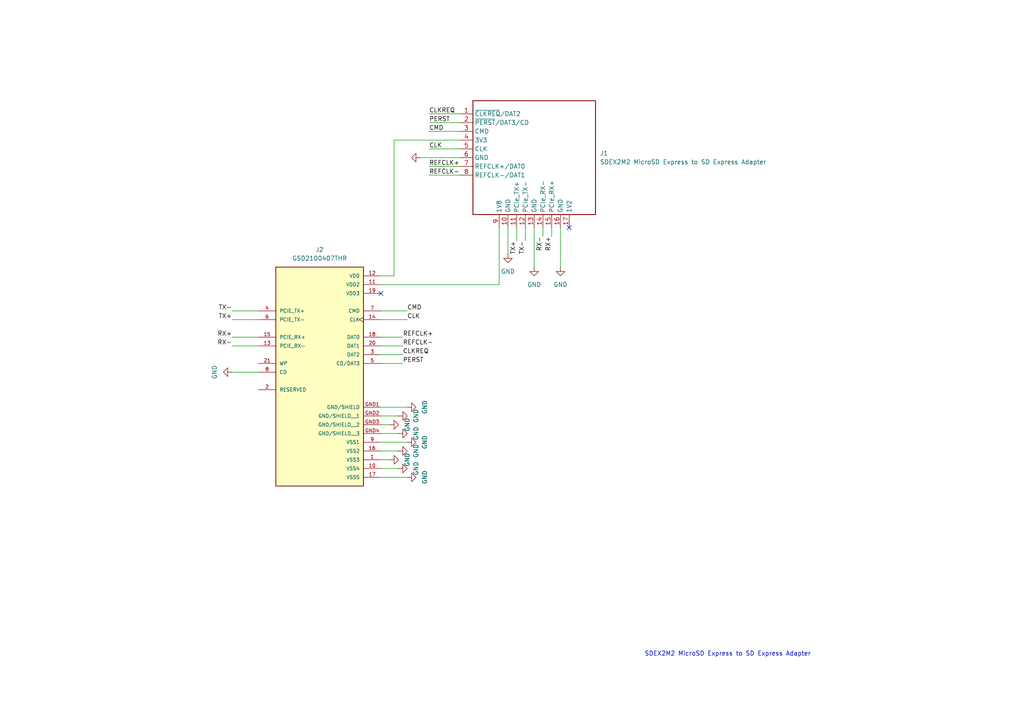
<source format=kicad_sch>
(kicad_sch (version 20250114) (generator "eeschema") (generator_version "9.0")
  (paper "A4")
  (lib_symbols
    (symbol "GSD2100407THR:GSD2100407THR" (pin_names (offset 1.016))
      (property "Reference" "J" (at -12.7 28.575 0))
      (property "Value" "GSD2100407THR" (at -12.7 -38.1 0))
      (symbol "GSD2100407THR_0_0"
        (rectangle (start -12.7 -35.56) (end 12.7 27.94) (stroke (width 0.254)) (fill (type background)))
        (pin output line (at -17.78 15.24 0) (length 5.08) (name "PCIE_TX+") (number "4"))
        (pin output line (at -17.78 12.7 0) (length 5.08) (name "PCIE_TX-") (number "6"))
        (pin input line (at -17.78 7.62 0) (length 5.08) (name "PCIE_RX+") (number "15"))
        (pin input line (at -17.78 5.08 0) (length 5.08) (name "PCIE_RX-") (number "13"))
        (pin passive line (at -17.78 0 0) (length 5.08) (name "WP") (number "21"))
        (pin passive line (at -17.78 -2.54 0) (length 5.08) (name "CD") (number "8"))
        (pin passive line (at -17.78 -7.62 0) (length 5.08) (name "RESERVED") (number "2"))
        (pin power_in line (at 17.78 25.4 180) (length 5.08) (name "VDD") (number "12"))
        (pin power_in line (at 17.78 22.86 180) (length 5.08) (name "VDD2") (number "11"))
        (pin power_in line (at 17.78 20.32 180) (length 5.08) (name "VDD3") (number "19"))
        (pin bidirectional line (at 17.78 15.24 180) (length 5.08) (name "CMD") (number "7"))
        (pin input clock (at 17.78 12.7 180) (length 5.08) (name "CLK") (number "14"))
        (pin bidirectional line (at 17.78 7.62 180) (length 5.08) (name "DAT0") (number "18"))
        (pin bidirectional line (at 17.78 5.08 180) (length 5.08) (name "DAT1") (number "20"))
        (pin bidirectional line (at 17.78 2.54 180) (length 5.08) (name "DAT2") (number "3"))
        (pin bidirectional line (at 17.78 0 180) (length 5.08) (name "CD/DAT3") (number "5"))
        (pin power_in line (at 17.78 -12.7 180) (length 5.08) (name "GND/SHIELD") (number "GND1"))
        (pin power_in line (at 17.78 -15.24 180) (length 5.08) (name "GND/SHIELD__1") (number "GND2"))
        (pin power_in line (at 17.78 -17.78 180) (length 5.08) (name "GND/SHIELD__2") (number "GND3"))
        (pin power_in line (at 17.78 -20.32 180) (length 5.08) (name "GND/SHIELD__3") (number "GND4"))
        (pin power_in line (at 17.78 -22.86 180) (length 5.08) (name "VSS1") (number "9"))
        (pin power_in line (at 17.78 -25.4 180) (length 5.08) (name "VSS2") (number "16"))
        (pin power_in line (at 17.78 -27.94 180) (length 5.08) (name "VSS3") (number "1"))
        (pin power_in line (at 17.78 -30.48 180) (length 5.08) (name "VSS4") (number "10"))
        (pin power_in line (at 17.78 -33.02 180) (length 5.08) (name "VSS5") (number "17"))
      )
    )
    (symbol "m1cha:Micro_SDex_PCB"
      (property "Reference" "J1" (at 17.78 1.2701 0))
      (property "Value" "SDEX2M2 MicroSD Express 	Card" (at 17.78 -1.2699 0))
      (symbol "Micro_SDex_PCB_0_1"
        (polyline (pts (xy 16.51 -8.89) (xy 16.51 16.51) (xy -19.05 16.51) (xy -19.05 -16.51) (xy 16.51 -16.51) (xy 16.51 -8.89)) (stroke (width 0.254)))
      )
      (symbol "Micro_SDex_PCB_1_1"
        (pin bidirectional line (at -22.86 12.7 0) (length 3.81) (name "~{CLKREQ}/DAT2") (number "1"))
        (pin bidirectional line (at -22.86 10.16 0) (length 3.81) (name "~{PERST}/DAT3/CD") (number "2"))
        (pin output line (at -22.86 7.62 0) (length 3.81) (name "CMD") (number "3"))
        (pin power_out line (at -22.86 5.08 0) (length 3.81) (name "3V3") (number "4"))
        (pin output line (at -22.86 2.54 0) (length 3.81) (name "CLK") (number "5"))
        (pin power_out line (at -22.86 0 0) (length 3.81) (name "GND") (number "6"))
        (pin bidirectional line (at -22.86 -2.54 0) (length 3.81) (name "REFCLK+/DAT0") (number "7"))
        (pin bidirectional line (at -22.86 -5.08 0) (length 3.81) (name "REFCLK-/DAT1") (number "8"))
        (pin power_out line (at -11.43 -20.32 90) (length 3.81) (name "1V8") (number "9"))
        (pin passive line (at -8.89 -20.32 90) (length 3.81) (name "GND") (number "10"))
        (pin output line (at -6.35 -20.32 90) (length 3.81) (name "PCIe_TX+") (number "11"))
        (pin output line (at -3.81 -20.32 90) (length 3.81) (name "PCIe_TX-") (number "12"))
        (pin passive line (at -1.27 -20.32 90) (length 3.81) (name "GND") (number "13"))
        (pin input line (at 1.27 -20.32 90) (length 3.81) (name "PCIe_RX-") (number "14"))
        (pin input line (at 3.81 -20.32 90) (length 3.81) (name "PCIe_RX+") (number "15"))
        (pin passive line (at 6.35 -20.32 90) (length 3.81) (name "GND") (number "16"))
        (pin power_out line (at 8.89 -20.32 90) (length 3.81) (name "1V2") (number "17"))
      )
    )
    (symbol "power:GND" (power) (pin_numbers (hide yes)) (pin_names (offset 0) (hide yes))
      (property "Value" "GND" (at 0 -3.81 0))
      (symbol "GND_0_1"
        (polyline (pts (xy 0 0) (xy 0 -1.27) (xy 1.27 -1.27) (xy 0 -2.54) (xy -1.27 -1.27) (xy 0 -1.27)))
      )
      (symbol "GND_1_1"
        (pin power_in line (at 0 0 270) (length 0) (name "~") (number "1"))
      )
    )
  )
  (text "SDEX2M2 MicroSD Express to SD Express Adapter" (at 211.074 189.738 0) (effects (font (size 1.27 1.27))))
  (no_connect (at 165.1 66.04))
  (no_connect (at 110.49 85.09))
  (wire (pts (xy 144.78 66.04) (xy 144.78 82.55)))
  (wire (pts (xy 121.92 45.72) (xy 133.35 45.72)))
  (wire (pts (xy 110.49 90.17) (xy 118.11 90.17)))
  (wire (pts (xy 157.48 66.04) (xy 157.48 68.58)))
  (wire (pts (xy 67.31 92.71) (xy 74.93 92.71)))
  (wire (pts (xy 124.46 50.8) (xy 133.35 50.8)))
  (wire (pts (xy 124.46 33.02) (xy 133.35 33.02)))
  (wire (pts (xy 110.49 80.01) (xy 114.3 80.01)))
  (wire (pts (xy 147.32 73.66) (xy 147.32 66.04)))
  (wire (pts (xy 124.46 38.1) (xy 133.35 38.1)))
  (wire (pts (xy 110.49 133.35) (xy 113.03 133.35)))
  (wire (pts (xy 124.46 43.18) (xy 133.35 43.18)))
  (wire (pts (xy 110.49 138.43) (xy 118.11 138.43)))
  (wire (pts (xy 162.56 77.47) (xy 162.56 66.04)))
  (wire (pts (xy 160.02 66.04) (xy 160.02 68.58)))
  (wire (pts (xy 110.49 102.87) (xy 116.84 102.87)))
  (wire (pts (xy 110.49 105.41) (xy 116.84 105.41)))
  (wire (pts (xy 124.46 35.56) (xy 133.35 35.56)))
  (wire (pts (xy 110.49 118.11) (xy 118.11 118.11)))
  (wire (pts (xy 110.49 97.79) (xy 116.84 97.79)))
  (wire (pts (xy 110.49 128.27) (xy 118.11 128.27)))
  (wire (pts (xy 110.49 135.89) (xy 115.57 135.89)))
  (wire (pts (xy 114.3 40.64) (xy 114.3 80.01)))
  (wire (pts (xy 144.78 82.55) (xy 110.49 82.55)))
  (wire (pts (xy 67.31 97.79) (xy 74.93 97.79)))
  (wire (pts (xy 154.94 77.47) (xy 154.94 66.04)))
  (wire (pts (xy 152.4 66.04) (xy 152.4 69.85)))
  (wire (pts (xy 110.49 123.19) (xy 113.03 123.19)))
  (wire (pts (xy 110.49 130.81) (xy 115.57 130.81)))
  (wire (pts (xy 110.49 100.33) (xy 116.84 100.33)))
  (wire (pts (xy 110.49 125.73) (xy 115.57 125.73)))
  (wire (pts (xy 67.31 90.17) (xy 74.93 90.17)))
  (wire (pts (xy 67.31 100.33) (xy 74.93 100.33)))
  (wire (pts (xy 149.86 66.04) (xy 149.86 69.85)))
  (wire (pts (xy 110.49 120.65) (xy 115.57 120.65)))
  (wire (pts (xy 110.49 92.71) (xy 118.11 92.71)))
  (wire (pts (xy 124.46 48.26) (xy 133.35 48.26)))
  (wire (pts (xy 67.31 107.95) (xy 74.93 107.95)))
  (wire (pts (xy 133.35 40.64) (xy 114.3 40.64)))
  (label "CLK" (at 118.11 92.71 0))
  (label "RX+" (at 160.02 68.58 270))
  (label "TX-" (at 67.31 90.17 180))
  (label "REFCLK+" (at 116.84 97.79 0))
  (label "PERST" (at 116.84 105.41 0))
  (label "CMD" (at 124.46 38.1 0))
  (label "TX+" (at 67.31 92.71 180))
  (label "TX+" (at 149.86 69.85 270))
  (label "CLK" (at 124.46 43.18 0))
  (label "REFCLK+" (at 124.46 48.26 0))
  (label "RX-" (at 157.48 68.58 270))
  (label "TX-" (at 152.4 69.85 270))
  (label "CMD" (at 118.11 90.17 0))
  (label "CLKREQ" (at 116.84 102.87 0))
  (label "REFCLK-" (at 116.84 100.33 0))
  (label "RX-" (at 67.31 100.33 180))
  (label "PERST" (at 124.46 35.56 0))
  (label "CLKREQ" (at 124.46 33.02 0))
  (label "RX+" (at 67.31 97.79 180))
  (label "REFCLK-" (at 124.46 50.8 0))
  (symbol (lib_id "GSD2100407THR:GSD2100407THR") (at 92.71 105.41 0) (unit 1)
    (property "Reference" "J2" (at 92.71 72.39 0))
    (property "Value" "GSD2100407THR" (at 92.71 74.93 0))
    (property "Footprint" "GSD2100407THR:AMPHENOL_GSD2100407THR" (effects (hide yes)))
    (property "MAXIMUM_PACKAGE_HEIGHT" "3.00mm" (effects (hide yes)))
    (property "CREATOR" "NEZY" (effects (hide yes)))
    (property "STANDARD" "Manufacturer Recommendations" (effects (hide yes)))
    (property "PARTREV" "AX6" (effects (hide yes)))
    (property "MANUFACTURER" "Amphenol" (effects (hide yes)))
  )
  (symbol (lib_id "power:GND") (at 113.03 123.19 90) (unit 1)
    (property "Reference" "#PWR016" (effects (hide yes)))
    (property "Value" "GND" (at 118.11 123.19 0))
    (property "Description" "Power symbol creates a global label with name \"GND\" , ground" (effects (hide yes)))
  )
  (symbol (lib_id "power:GND") (at 118.11 138.43 90) (unit 1)
    (property "Reference" "#PWR024" (effects (hide yes)))
    (property "Value" "GND" (at 123.19 138.43 0))
    (property "Description" "Power symbol creates a global label with name \"GND\" , ground" (effects (hide yes)))
  )
  (symbol (lib_id "power:GND") (at 118.11 118.11 90) (unit 1)
    (property "Reference" "#PWR022" (effects (hide yes)))
    (property "Value" "GND" (at 123.19 118.11 0))
    (property "Description" "Power symbol creates a global label with name \"GND\" , ground" (effects (hide yes)))
  )
  (symbol (lib_id "power:GND") (at 67.31 107.95 270) (unit 1)
    (property "Reference" "#PWR025" (effects (hide yes)))
    (property "Value" "GND" (at 62.23 107.95 0))
    (property "Description" "Power symbol creates a global label with name \"GND\" , ground" (effects (hide yes)))
  )
  (symbol (lib_id "power:GND") (at 115.57 120.65 90) (unit 1)
    (property "Reference" "#PWR018" (effects (hide yes)))
    (property "Value" "GND" (at 120.65 120.65 0))
    (property "Description" "Power symbol creates a global label with name \"GND\" , ground" (effects (hide yes)))
  )
  (symbol (lib_id "m1cha:Micro_SDex_PCB") (at 156.21 45.72 0) (unit 1)
    (property "Reference" "J1" (at 173.99 44.4499 0) (effects (justify left)))
    (property "Value" "SDEX2M2 MicroSD Express to SD Express Adapter" (at 173.99 46.9899 0) (effects (justify left)))
    (property "Footprint" "m1cha:usdex-male-open_bottom" (effects (hide yes)))
    (property "Description" "Micro SD Card PCB" (effects (hide yes)))
  )
  (symbol (lib_id "power:GND") (at 113.03 133.35 90) (unit 1)
    (property "Reference" "#PWR017" (effects (hide yes)))
    (property "Value" "GND" (at 118.11 133.35 0))
    (property "Description" "Power symbol creates a global label with name \"GND\" , ground" (effects (hide yes)))
  )
  (symbol (lib_id "power:GND") (at 147.32 73.66 0) (unit 1)
    (property "Reference" "#PWR02" (effects (hide yes)))
    (property "Value" "GND" (at 147.32 78.74 0))
    (property "Description" "Power symbol creates a global label with name \"GND\" , ground" (effects (hide yes)))
  )
  (symbol (lib_id "power:GND") (at 115.57 125.73 90) (unit 1)
    (property "Reference" "#PWR019" (effects (hide yes)))
    (property "Value" "GND" (at 120.65 125.73 0))
    (property "Description" "Power symbol creates a global label with name \"GND\" , ground" (effects (hide yes)))
  )
  (symbol (lib_id "power:GND") (at 154.94 77.47 0) (unit 1)
    (property "Reference" "#PWR01" (effects (hide yes)))
    (property "Value" "GND" (at 154.94 82.55 0))
    (property "Description" "Power symbol creates a global label with name \"GND\" , ground" (effects (hide yes)))
  )
  (symbol (lib_id "power:GND") (at 118.11 128.27 90) (unit 1)
    (property "Reference" "#PWR023" (effects (hide yes)))
    (property "Value" "GND" (at 123.19 128.27 0))
    (property "Description" "Power symbol creates a global label with name \"GND\" , ground" (effects (hide yes)))
  )
  (symbol (lib_id "power:GND") (at 115.57 130.81 90) (unit 1)
    (property "Reference" "#PWR020" (effects (hide yes)))
    (property "Value" "GND" (at 120.65 130.81 0))
    (property "Description" "Power symbol creates a global label with name \"GND\" , ground" (effects (hide yes)))
  )
  (symbol (lib_id "power:GND") (at 115.57 135.89 90) (unit 1)
    (property "Reference" "#PWR021" (effects (hide yes)))
    (property "Value" "GND" (at 120.65 135.89 0))
    (property "Description" "Power symbol creates a global label with name \"GND\" , ground" (effects (hide yes)))
  )
  (symbol (lib_id "power:GND") (at 162.56 77.47 0) (unit 1)
    (property "Reference" "#PWR03" (effects (hide yes)))
    (property "Value" "GND" (at 162.56 82.55 0))
    (property "Description" "Power symbol creates a global label with name \"GND\" , ground" (effects (hide yes)))
  )
  (symbol (lib_id "power:GND") (at 121.92 45.72 270) (unit 1)
    (property "Reference" "#PWR04" (effects (hide yes)))
    (property "Value" "GND" (effects (hide yes)))
    (property "Description" "Power symbol creates a global label with name \"GND\" , ground" (effects (hide yes)))
  )
)
</source>
